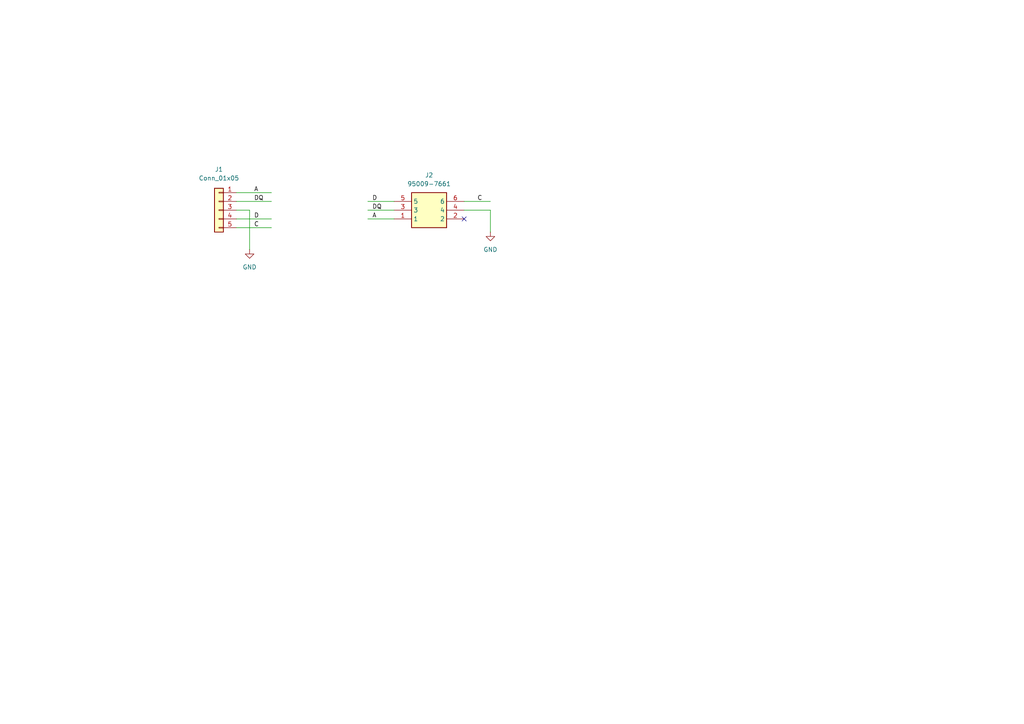
<source format=kicad_sch>
(kicad_sch (version 20231120) (generator "eeschema") (generator_version "8.0")
  (paper "A4")
  (lib_symbols
    (symbol "Argus-Connectors:95009-7661"
      (property "Reference" "J" (at 16.51 7.62 0))
      (property "Value" "95009-7661" (at 16.51 5.08 0))
      (symbol "95009-7661_1_1"
        (rectangle (start 5.08 2.54) (end 15.24 -7.62) (stroke (width 0.254)) (fill (type background)))
        (pin passive line (at 0 -5.08 0) (length 5.08) (name "1") (number "1"))
        (pin passive line (at 20.32 -5.08 180) (length 5.08) (name "2") (number "2"))
        (pin passive line (at 0 -2.54 0) (length 5.08) (name "3") (number "3"))
        (pin passive line (at 20.32 -2.54 180) (length 5.08) (name "4") (number "4"))
        (pin passive line (at 0 0 0) (length 5.08) (name "5") (number "5"))
        (pin passive line (at 20.32 0 180) (length 5.08) (name "6") (number "6"))
      )
    )
    (symbol "Connector_Generic:Conn_01x05" (pin_names (offset 1.016) hide)
      (property "Reference" "J" (at 0 7.62 0))
      (property "Value" "Conn_01x05" (at 0 -7.62 0))
      (symbol "Conn_01x05_1_1"
        (rectangle (start -1.27 -4.953) (end 0 -5.207) (stroke (width 0.1524)))
        (rectangle (start -1.27 -2.413) (end 0 -2.667) (stroke (width 0.1524)))
        (rectangle (start -1.27 0.127) (end 0 -0.127) (stroke (width 0.1524)))
        (rectangle (start -1.27 2.667) (end 0 2.413) (stroke (width 0.1524)))
        (rectangle (start -1.27 5.207) (end 0 4.953) (stroke (width 0.1524)))
        (rectangle (start -1.27 6.35) (end 1.27 -6.35) (stroke (width 0.254)) (fill (type background)))
        (pin passive line (at -5.08 5.08 0) (length 3.81) (name "Pin_1") (number "1"))
        (pin passive line (at -5.08 2.54 0) (length 3.81) (name "Pin_2") (number "2"))
        (pin passive line (at -5.08 0 0) (length 3.81) (name "Pin_3") (number "3"))
        (pin passive line (at -5.08 -2.54 0) (length 3.81) (name "Pin_4") (number "4"))
        (pin passive line (at -5.08 -5.08 0) (length 3.81) (name "Pin_5") (number "5"))
      )
    )
    (symbol "power:GND" (power) (pin_numbers hide) (pin_names (offset 0) hide)
      (property "Value" "GND" (at 0 -3.81 0))
      (symbol "GND_0_1"
        (polyline (pts (xy 0 0) (xy 0 -1.27) (xy 1.27 -1.27) (xy 0 -2.54) (xy -1.27 -1.27) (xy 0 -1.27)))
      )
      (symbol "GND_1_1"
        (pin power_in line (at 0 0 270) (length 0) (name "~") (number "1"))
      )
    )
  )
  (no_connect (at 134.62 63.5))
  (wire (pts (xy 142.24 60.96) (xy 142.24 67.31)))
  (wire (pts (xy 134.62 60.96) (xy 142.24 60.96)))
  (wire (pts (xy 106.68 58.42) (xy 114.3 58.42)))
  (wire (pts (xy 68.58 58.42) (xy 78.74 58.42)))
  (wire (pts (xy 68.58 63.5) (xy 78.74 63.5)))
  (wire (pts (xy 68.58 66.04) (xy 78.74 66.04)))
  (wire (pts (xy 68.58 55.88) (xy 78.74 55.88)))
  (wire (pts (xy 106.68 60.96) (xy 114.3 60.96)))
  (wire (pts (xy 134.62 58.42) (xy 142.24 58.42)))
  (wire (pts (xy 106.68 63.5) (xy 114.3 63.5)))
  (wire (pts (xy 68.58 60.96) (xy 72.39 60.96)))
  (wire (pts (xy 72.39 60.96) (xy 72.39 72.39)))
  (label "C" (at 73.66 66.04 0))
  (label "DQ" (at 107.95 60.96 0))
  (label "D" (at 107.95 58.42 0))
  (label "D" (at 73.66 63.5 0))
  (label "A" (at 73.66 55.88 0))
  (label "C" (at 138.43 58.42 0))
  (label "DQ" (at 73.66 58.42 0))
  (label "A" (at 107.95 63.5 0))
  (symbol (lib_id "Argus-Connectors:95009-7661") (at 114.3 58.42 0) (unit 1)
    (property "Reference" "J2" (at 124.46 50.8 0))
    (property "Value" "95009-7661" (at 124.46 53.34 0))
    (property "Footprint" "Argus-Connectors:95009-7661_1" (effects (hide yes)))
    (property "Datasheet" "http://www.molex.com/webdocs/datasheets/pdf/en-us/0950097661_MODULAR_JACKS_PLUG.pdf" (effects (hide yes)))
    (property "Description" "New Molex 6P6C Right Angle Through Hole Unshielded RJ11 Modular Jack Connector 95009" (effects (hide yes)))
    (property "Mouser Part Number" "538-95009-7661" (effects (hide yes)))
    (property "Mouser Price/Stock" "https://www.mouser.co.uk/ProductDetail/Molex/95009-7661?qs=Ef9Z4YHDgEIvHU1ig5lLjw%3D%3D" (effects (hide yes)))
    (property "Manufacturer_Name" "Molex" (effects (hide yes)))
    (property "Manufacturer_Part_Number" "95009-7661" (effects (hide yes)))
  )
  (symbol (lib_id "power:GND") (at 72.39 72.39 0) (unit 1)
    (property "Reference" "#PWR01" (effects (hide yes)))
    (property "Value" "GND" (at 72.39 77.47 0))
    (property "Description" "Power symbol creates a global label with name \"GND\" , ground" (effects (hide yes)))
  )
  (symbol (lib_id "power:GND") (at 142.24 67.31 0) (unit 1)
    (property "Reference" "#PWR02" (effects (hide yes)))
    (property "Value" "GND" (at 142.24 72.39 0))
    (property "Description" "Power symbol creates a global label with name \"GND\" , ground" (effects (hide yes)))
  )
  (symbol (lib_id "Connector_Generic:Conn_01x05") (at 63.5 60.96 0) (mirror y) (unit 1)
    (property "Reference" "J1" (at 63.5 49.1389 0))
    (property "Value" "Conn_01x05" (at 63.5 51.6789 0))
    (property "Footprint" "Connector_PinSocket_2.54mm:PinSocket_1x05_P2.54mm_Vertical" (effects (hide yes)))
    (property "Description" "Generic connector, single row, 01x05, script generated (kicad-library-utils/schlib/autogen/connector/)" (effects (hide yes)))
  )
)
</source>
